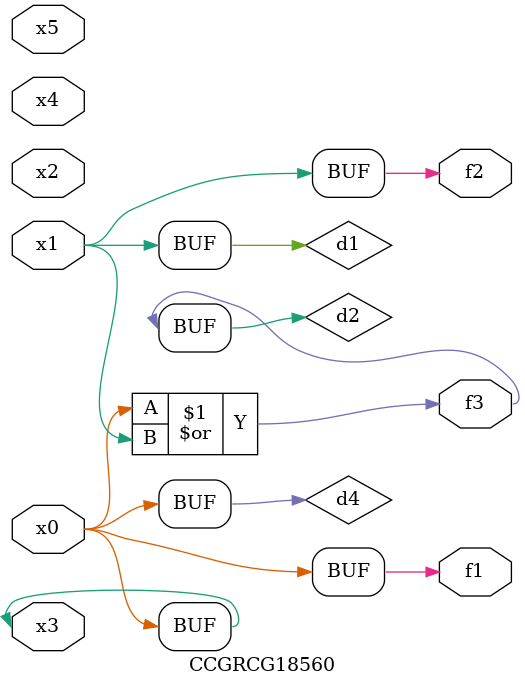
<source format=v>
module CCGRCG18560(
	input x0, x1, x2, x3, x4, x5,
	output f1, f2, f3
);

	wire d1, d2, d3, d4;

	and (d1, x1);
	or (d2, x0, x1);
	nand (d3, x0, x5);
	buf (d4, x0, x3);
	assign f1 = d4;
	assign f2 = d1;
	assign f3 = d2;
endmodule

</source>
